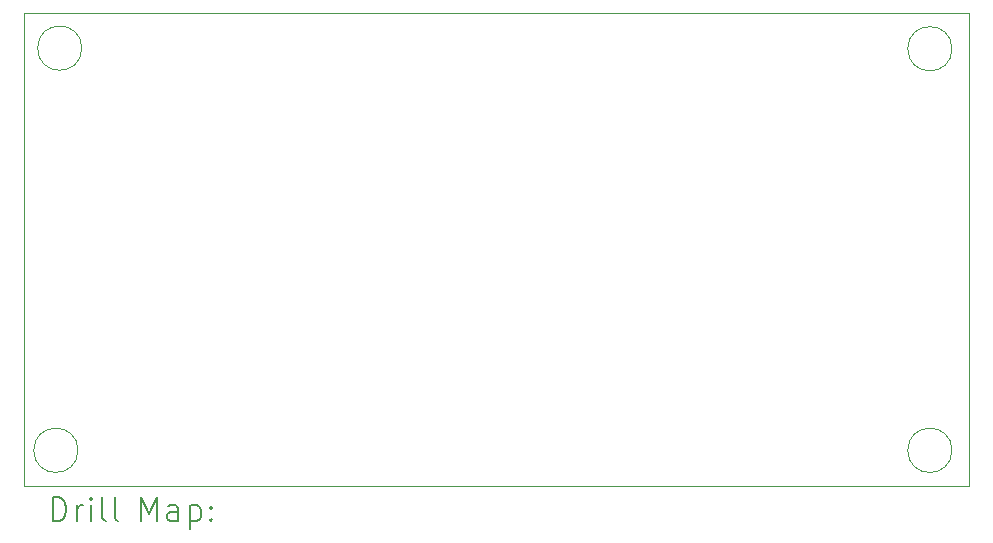
<source format=gbr>
%TF.GenerationSoftware,KiCad,Pcbnew,(7.0.0-0)*%
%TF.CreationDate,2023-08-10T08:46:55-05:00*%
%TF.ProjectId,DingoPCB,44696e67-6f50-4434-922e-6b696361645f,rev?*%
%TF.SameCoordinates,Original*%
%TF.FileFunction,Drillmap*%
%TF.FilePolarity,Positive*%
%FSLAX45Y45*%
G04 Gerber Fmt 4.5, Leading zero omitted, Abs format (unit mm)*
G04 Created by KiCad (PCBNEW (7.0.0-0)) date 2023-08-10 08:46:55*
%MOMM*%
%LPD*%
G01*
G04 APERTURE LIST*
%ADD10C,0.100000*%
%ADD11C,0.200000*%
G04 APERTURE END LIST*
D10*
X1775100Y-1925320D02*
X9775100Y-1925320D01*
X9775100Y-1925320D02*
X9775100Y-5925320D01*
X9775100Y-5925320D02*
X1775100Y-5925320D01*
X1775100Y-5925320D02*
X1775100Y-1925320D01*
X2262510Y-2219960D02*
G75*
G03*
X2262510Y-2219960I-187410J0D01*
G01*
X2229850Y-5625320D02*
G75*
G03*
X2229850Y-5625320I-187410J0D01*
G01*
X9629850Y-5625320D02*
G75*
G03*
X9629850Y-5625320I-187410J0D01*
G01*
X9629850Y-2225320D02*
G75*
G03*
X9629850Y-2225320I-187410J0D01*
G01*
D11*
X2017719Y-6223796D02*
X2017719Y-6023796D01*
X2017719Y-6023796D02*
X2065338Y-6023796D01*
X2065338Y-6023796D02*
X2093909Y-6033320D01*
X2093909Y-6033320D02*
X2112957Y-6052368D01*
X2112957Y-6052368D02*
X2122481Y-6071415D01*
X2122481Y-6071415D02*
X2132005Y-6109510D01*
X2132005Y-6109510D02*
X2132005Y-6138082D01*
X2132005Y-6138082D02*
X2122481Y-6176177D01*
X2122481Y-6176177D02*
X2112957Y-6195225D01*
X2112957Y-6195225D02*
X2093909Y-6214272D01*
X2093909Y-6214272D02*
X2065338Y-6223796D01*
X2065338Y-6223796D02*
X2017719Y-6223796D01*
X2217719Y-6223796D02*
X2217719Y-6090463D01*
X2217719Y-6128558D02*
X2227243Y-6109510D01*
X2227243Y-6109510D02*
X2236767Y-6099987D01*
X2236767Y-6099987D02*
X2255814Y-6090463D01*
X2255814Y-6090463D02*
X2274862Y-6090463D01*
X2341529Y-6223796D02*
X2341529Y-6090463D01*
X2341529Y-6023796D02*
X2332005Y-6033320D01*
X2332005Y-6033320D02*
X2341529Y-6042844D01*
X2341529Y-6042844D02*
X2351052Y-6033320D01*
X2351052Y-6033320D02*
X2341529Y-6023796D01*
X2341529Y-6023796D02*
X2341529Y-6042844D01*
X2465338Y-6223796D02*
X2446290Y-6214272D01*
X2446290Y-6214272D02*
X2436767Y-6195225D01*
X2436767Y-6195225D02*
X2436767Y-6023796D01*
X2570100Y-6223796D02*
X2551052Y-6214272D01*
X2551052Y-6214272D02*
X2541529Y-6195225D01*
X2541529Y-6195225D02*
X2541529Y-6023796D01*
X2766290Y-6223796D02*
X2766290Y-6023796D01*
X2766290Y-6023796D02*
X2832957Y-6166653D01*
X2832957Y-6166653D02*
X2899624Y-6023796D01*
X2899624Y-6023796D02*
X2899624Y-6223796D01*
X3080576Y-6223796D02*
X3080576Y-6119034D01*
X3080576Y-6119034D02*
X3071052Y-6099987D01*
X3071052Y-6099987D02*
X3052005Y-6090463D01*
X3052005Y-6090463D02*
X3013909Y-6090463D01*
X3013909Y-6090463D02*
X2994862Y-6099987D01*
X3080576Y-6214272D02*
X3061528Y-6223796D01*
X3061528Y-6223796D02*
X3013909Y-6223796D01*
X3013909Y-6223796D02*
X2994862Y-6214272D01*
X2994862Y-6214272D02*
X2985338Y-6195225D01*
X2985338Y-6195225D02*
X2985338Y-6176177D01*
X2985338Y-6176177D02*
X2994862Y-6157129D01*
X2994862Y-6157129D02*
X3013909Y-6147606D01*
X3013909Y-6147606D02*
X3061528Y-6147606D01*
X3061528Y-6147606D02*
X3080576Y-6138082D01*
X3175814Y-6090463D02*
X3175814Y-6290463D01*
X3175814Y-6099987D02*
X3194862Y-6090463D01*
X3194862Y-6090463D02*
X3232957Y-6090463D01*
X3232957Y-6090463D02*
X3252005Y-6099987D01*
X3252005Y-6099987D02*
X3261528Y-6109510D01*
X3261528Y-6109510D02*
X3271052Y-6128558D01*
X3271052Y-6128558D02*
X3271052Y-6185701D01*
X3271052Y-6185701D02*
X3261528Y-6204748D01*
X3261528Y-6204748D02*
X3252005Y-6214272D01*
X3252005Y-6214272D02*
X3232957Y-6223796D01*
X3232957Y-6223796D02*
X3194862Y-6223796D01*
X3194862Y-6223796D02*
X3175814Y-6214272D01*
X3356767Y-6204748D02*
X3366290Y-6214272D01*
X3366290Y-6214272D02*
X3356767Y-6223796D01*
X3356767Y-6223796D02*
X3347243Y-6214272D01*
X3347243Y-6214272D02*
X3356767Y-6204748D01*
X3356767Y-6204748D02*
X3356767Y-6223796D01*
X3356767Y-6099987D02*
X3366290Y-6109510D01*
X3366290Y-6109510D02*
X3356767Y-6119034D01*
X3356767Y-6119034D02*
X3347243Y-6109510D01*
X3347243Y-6109510D02*
X3356767Y-6099987D01*
X3356767Y-6099987D02*
X3356767Y-6119034D01*
M02*

</source>
